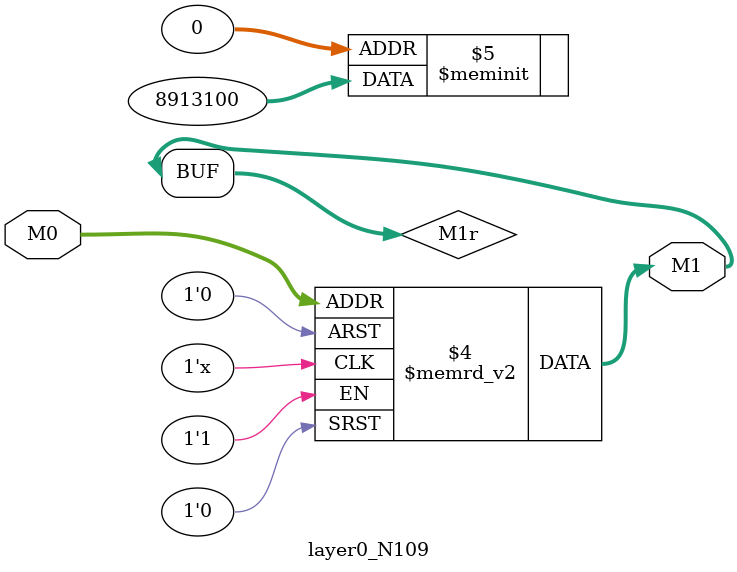
<source format=v>
module layer0_N109 ( input [3:0] M0, output [1:0] M1 );

	(*rom_style = "distributed" *) reg [1:0] M1r;
	assign M1 = M1r;
	always @ (M0) begin
		case (M0)
			4'b0000: M1r = 2'b00;
			4'b1000: M1r = 2'b00;
			4'b0100: M1r = 2'b00;
			4'b1100: M1r = 2'b00;
			4'b0010: M1r = 2'b00;
			4'b1010: M1r = 2'b00;
			4'b0110: M1r = 2'b00;
			4'b1110: M1r = 2'b00;
			4'b0001: M1r = 2'b11;
			4'b1001: M1r = 2'b10;
			4'b0101: M1r = 2'b00;
			4'b1101: M1r = 2'b00;
			4'b0011: M1r = 2'b11;
			4'b1011: M1r = 2'b10;
			4'b0111: M1r = 2'b00;
			4'b1111: M1r = 2'b00;

		endcase
	end
endmodule

</source>
